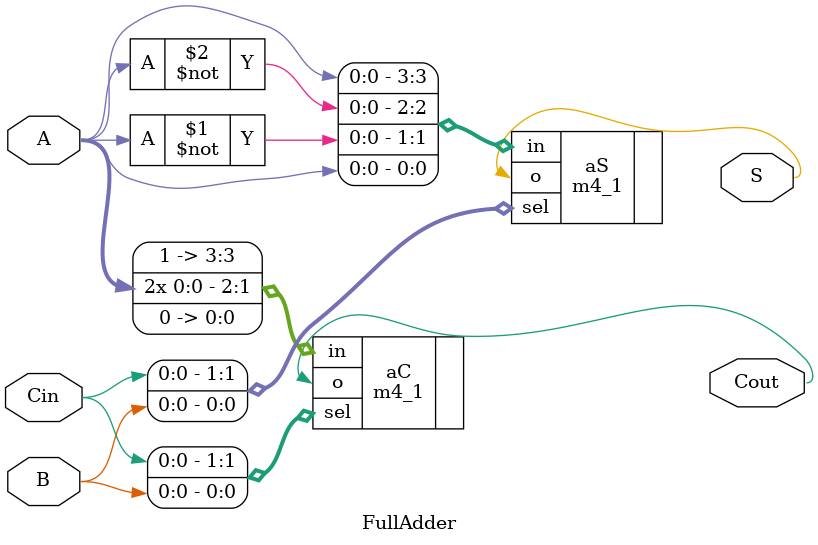
<source format=v>
`timescale 1ns / 1ps


module FullAdder(
    input A,
    input B, //sel0
    input Cin, //sel1
    output Cout,
    output S
    );
    
    m4_1 aS (.in({A, ~A, ~A, A}), .sel({Cin, B}), .o(S));
    m4_1 aC (.in({1'b1, A, A, 1'b0}), .sel({Cin, B}), .o(Cout));
endmodule

</source>
